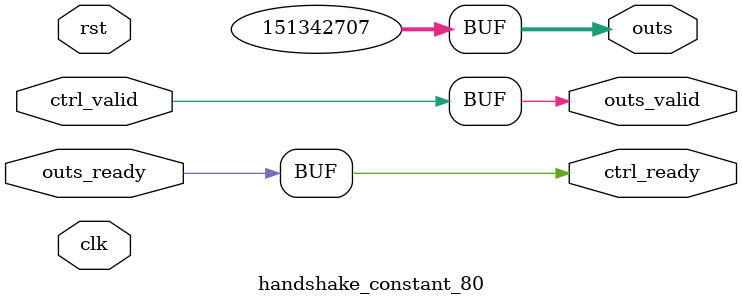
<source format=v>
`timescale 1ns / 1ps
module handshake_constant_80 #(
  parameter DATA_WIDTH = 32  // Default set to 32 bits
) (
  input                       clk,
  input                       rst,
  // Input Channel
  input                       ctrl_valid,
  output                      ctrl_ready,
  // Output Channel
  output [DATA_WIDTH - 1 : 0] outs,
  output                      outs_valid,
  input                       outs_ready
);
  assign outs       = 36'b011100001001000001010100111001110011;
  assign outs_valid = ctrl_valid;
  assign ctrl_ready = outs_ready;

endmodule

</source>
